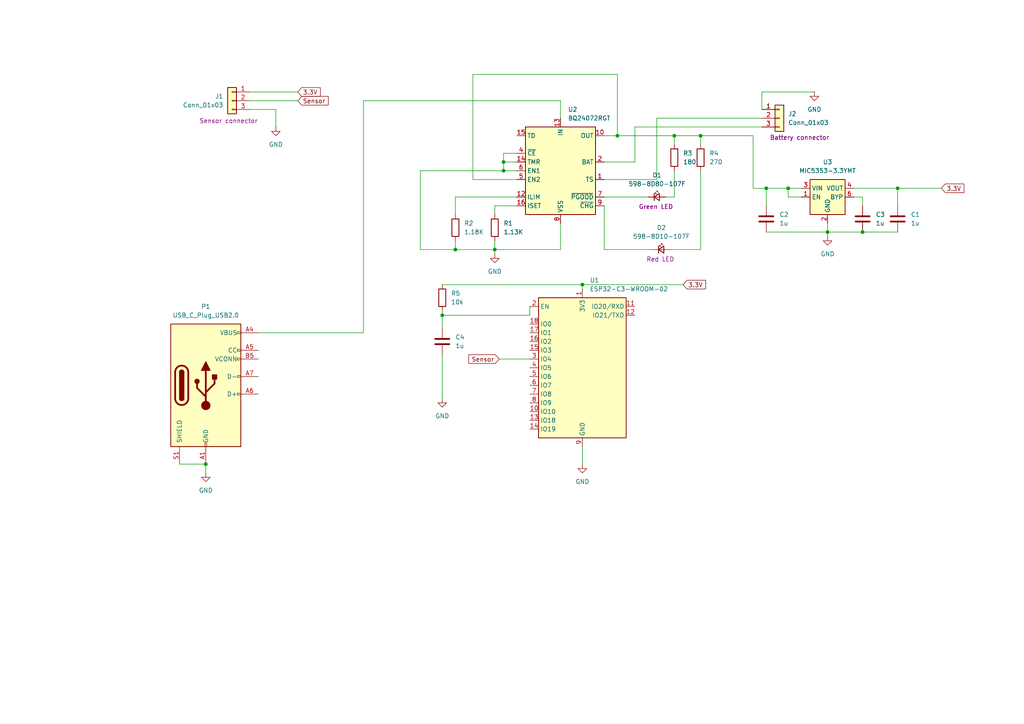
<source format=kicad_sch>
(kicad_sch (version 20250114) (generator "eeschema") (generator_version "9.0")
  (paper "A4")
  (lib_symbols
    (symbol "Battery_Management:BQ24072RGT"
      (property "Reference" "U" (at -8.89 13.97 0))
      (property "Value" "BQ24072RGT" (at 16.51 13.97 0))
      (symbol "BQ24072RGT_0_1"
        (rectangle (start -10.16 12.7) (end 10.16 -12.7) (stroke (width 0.254)) (fill (type background)))
      )
      (symbol "BQ24072RGT_1_1"
        (pin input line (at -12.7 10.16 0) (length 2.54) (name "TD") (number "15"))
        (pin input line (at -12.7 5.08 0) (length 2.54) (name "~{CE}") (number "4"))
        (pin input line (at -12.7 2.54 0) (length 2.54) (name "TMR") (number "14"))
        (pin input line (at -12.7 0 0) (length 2.54) (name "EN1") (number "6"))
        (pin input line (at -12.7 -2.54 0) (length 2.54) (name "EN2") (number "5"))
        (pin passive line (at -12.7 -7.62 0) (length 2.54) (name "ILIM") (number "12"))
        (pin passive line (at -12.7 -10.16 0) (length 2.54) (name "ISET") (number "16"))
        (pin power_in line (at 0 15.24 270) (length 2.54) (name "IN") (number "13"))
        (pin passive line (at 0 -15.24 90) (length 2.54) (hide yes) (name "VSS") (number "17"))
        (pin power_in line (at 0 -15.24 90) (length 2.54) (name "VSS") (number "8"))
        (pin power_out line (at 12.7 10.16 180) (length 2.54) (name "OUT") (number "10"))
        (pin passive line (at 12.7 10.16 180) (length 2.54) (hide yes) (name "OUT") (number "11"))
        (pin power_out line (at 12.7 2.54 180) (length 2.54) (name "BAT") (number "2"))
        (pin passive line (at 12.7 2.54 180) (length 2.54) (hide yes) (name "BAT") (number "3"))
        (pin passive line (at 12.7 -2.54 180) (length 2.54) (name "TS") (number "1"))
        (pin open_collector line (at 12.7 -7.62 180) (length 2.54) (name "~{PGOOD}") (number "7"))
        (pin open_collector line (at 12.7 -10.16 180) (length 2.54) (name "~{CHG}") (number "9"))
      )
    )
    (symbol "Connector:USB_C_Plug_USB2.0" (pin_names (offset 1.016))
      (property "Reference" "P" (at -10.16 19.05 0))
      (property "Value" "USB_C_Plug_USB2.0" (at 12.7 19.05 0))
      (symbol "USB_C_Plug_USB2.0_0_0"
        (rectangle (start -0.254 -17.78) (end 0.254 -16.764))
        (rectangle (start 10.16 15.494) (end 9.144 14.986))
        (rectangle (start 10.16 10.414) (end 9.144 9.906))
        (rectangle (start 10.16 7.874) (end 9.144 7.366))
        (rectangle (start 10.16 2.794) (end 9.144 2.286))
        (rectangle (start 10.16 -2.286) (end 9.144 -2.794))
      )
      (symbol "USB_C_Plug_USB2.0_0_1"
        (rectangle (start -10.16 17.78) (end 10.16 -17.78) (stroke (width 0.254)) (fill (type background)))
        (polyline (pts (xy -8.89 -3.81) (xy -8.89 3.81)) (stroke (width 0.508)))
        (rectangle (start -7.62 -3.81) (end -6.35 3.81) (stroke (width 0.254)) (fill (type outline)))
        (arc (start -7.62 3.81) (mid -6.985 4.4423) (end -6.35 3.81) (stroke (width 0.254)))
        (arc (start -7.62 3.81) (mid -6.985 4.4423) (end -6.35 3.81) (stroke (width 0.254)) (fill (type outline)))
        (arc (start -8.89 3.81) (mid -6.985 5.7067) (end -5.08 3.81) (stroke (width 0.508)))
        (arc (start -5.08 -3.81) (mid -6.985 -5.7067) (end -8.89 -3.81) (stroke (width 0.508)))
        (arc (start -6.35 -3.81) (mid -6.985 -4.4423) (end -7.62 -3.81) (stroke (width 0.254)))
        (arc (start -6.35 -3.81) (mid -6.985 -4.4423) (end -7.62 -3.81) (stroke (width 0.254)) (fill (type outline)))
        (polyline (pts (xy -5.08 3.81) (xy -5.08 -3.81)) (stroke (width 0.508)))
        (circle (center -2.54 1.143) (radius 0.635) (stroke (width 0.254)) (fill (type outline)))
        (polyline (pts (xy -1.27 4.318) (xy 0 6.858) (xy 1.27 4.318) (xy -1.27 4.318)) (stroke (width 0.254)) (fill (type outline)))
        (polyline (pts (xy 0 -2.032) (xy 2.54 0.508) (xy 2.54 1.778)) (stroke (width 0.508)))
        (polyline (pts (xy 0 -3.302) (xy -2.54 -0.762) (xy -2.54 0.508)) (stroke (width 0.508)))
        (polyline (pts (xy 0 -5.842) (xy 0 4.318)) (stroke (width 0.508)))
        (circle (center 0 -5.842) (radius 1.27) (fill (type outline)))
        (rectangle (start 1.905 1.778) (end 3.175 3.048) (stroke (width 0.254)) (fill (type outline)))
      )
      (symbol "USB_C_Plug_USB2.0_1_1"
        (pin passive line (at -7.62 -22.86 90) (length 5.08) (name "SHIELD") (number "S1"))
        (pin passive line (at 0 -22.86 90) (length 5.08) (name "GND") (number "A1"))
        (pin passive line (at 0 -22.86 90) (length 5.08) (hide yes) (name "GND") (number "A12"))
        (pin passive line (at 0 -22.86 90) (length 5.08) (hide yes) (name "GND") (number "B1"))
        (pin passive line (at 0 -22.86 90) (length 5.08) (hide yes) (name "GND") (number "B12"))
        (pin passive line (at 15.24 15.24 180) (length 5.08) (name "VBUS") (number "A4"))
        (pin passive line (at 15.24 15.24 180) (length 5.08) (hide yes) (name "VBUS") (number "A9"))
        (pin passive line (at 15.24 15.24 180) (length 5.08) (hide yes) (name "VBUS") (number "B4"))
        (pin passive line (at 15.24 15.24 180) (length 5.08) (hide yes) (name "VBUS") (number "B9"))
        (pin bidirectional line (at 15.24 10.16 180) (length 5.08) (name "CC") (number "A5"))
        (pin bidirectional line (at 15.24 7.62 180) (length 5.08) (name "VCONN") (number "B5"))
        (pin bidirectional line (at 15.24 2.54 180) (length 5.08) (name "D-") (number "A7"))
        (pin bidirectional line (at 15.24 -2.54 180) (length 5.08) (name "D+") (number "A6"))
      )
    )
    (symbol "Connector_Generic:Conn_01x03" (pin_names (offset 1.016) (hide yes))
      (property "Reference" "J" (at 0 5.08 0))
      (property "Value" "Conn_01x03" (at 0 -5.08 0))
      (symbol "Conn_01x03_1_1"
        (rectangle (start -1.27 3.81) (end 1.27 -3.81) (stroke (width 0.254)) (fill (type background)))
        (rectangle (start -1.27 2.667) (end 0 2.413) (stroke (width 0.1524)))
        (rectangle (start -1.27 0.127) (end 0 -0.127) (stroke (width 0.1524)))
        (rectangle (start -1.27 -2.413) (end 0 -2.667) (stroke (width 0.1524)))
        (pin passive line (at -5.08 2.54 0) (length 3.81) (name "Pin_1") (number "1"))
        (pin passive line (at -5.08 0 0) (length 3.81) (name "Pin_2") (number "2"))
        (pin passive line (at -5.08 -2.54 0) (length 3.81) (name "Pin_3") (number "3"))
      )
    )
    (symbol "Device:C" (pin_numbers (hide yes)) (pin_names (offset 0.254))
      (property "Reference" "C" (at 0.635 2.54 0))
      (property "Value" "C" (at 0.635 -2.54 0))
      (symbol "C_0_1"
        (polyline (pts (xy -2.032 0.762) (xy 2.032 0.762)) (stroke (width 0.508)))
        (polyline (pts (xy -2.032 -0.762) (xy 2.032 -0.762)) (stroke (width 0.508)))
      )
      (symbol "C_1_1"
        (pin passive line (at 0 3.81 270) (length 2.794) (name "~") (number "1"))
        (pin passive line (at 0 -3.81 90) (length 2.794) (name "~") (number "2"))
      )
    )
    (symbol "Device:LED_Small" (pin_numbers (hide yes)) (pin_names (offset 0.254) (hide yes))
      (property "Reference" "D" (at -1.27 3.175 0))
      (property "Value" "LED_Small" (at -4.445 -2.54 0))
      (symbol "LED_Small_0_1"
        (polyline (pts (xy -0.762 -1.016) (xy -0.762 1.016)) (stroke (width 0.254)))
        (polyline (pts (xy 0 0.762) (xy -0.508 1.27) (xy -0.254 1.27) (xy -0.508 1.27) (xy -0.508 1.016)))
        (polyline (pts (xy 0.508 1.27) (xy 0 1.778) (xy 0.254 1.778) (xy 0 1.778) (xy 0 1.524)))
        (polyline (pts (xy 0.762 -1.016) (xy -0.762 0) (xy 0.762 1.016) (xy 0.762 -1.016)) (stroke (width 0.254)))
        (polyline (pts (xy 1.016 0) (xy -0.762 0)))
      )
      (symbol "LED_Small_1_1"
        (pin passive line (at -2.54 0 0) (length 1.778) (name "K") (number "1"))
        (pin passive line (at 2.54 0 180) (length 1.778) (name "A") (number "2"))
      )
    )
    (symbol "Device:R" (pin_numbers (hide yes)) (pin_names (offset 0))
      (property "Reference" "R" (at 2.032 0 90))
      (property "Value" "R" (at 0 0 90))
      (symbol "R_0_1"
        (rectangle (start -1.016 -2.54) (end 1.016 2.54) (stroke (width 0.254)))
      )
      (symbol "R_1_1"
        (pin passive line (at 0 3.81 270) (length 1.27) (name "~") (number "1"))
        (pin passive line (at 0 -3.81 90) (length 1.27) (name "~") (number "2"))
      )
    )
    (symbol "RF_Module:ESP32-C3-WROOM-02"
      (property "Reference" "U" (at -12.192 21.336 0))
      (property "Value" "ESP32-C3-WROOM-02" (at 12.192 21.336 0))
      (symbol "ESP32-C3-WROOM-02_1_1"
        (rectangle (start -12.7 20.32) (end 12.7 -20.32) (stroke (width 0.254)) (fill (type background)))
        (pin input line (at -15.24 17.78 0) (length 2.54) (name "EN") (number "2"))
        (pin bidirectional line (at -15.24 12.7 0) (length 2.54) (name "IO0") (number "18"))
        (pin bidirectional line (at -15.24 10.16 0) (length 2.54) (name "IO1") (number "17"))
        (pin bidirectional line (at -15.24 7.62 0) (length 2.54) (name "IO2") (number "16"))
        (pin bidirectional line (at -15.24 5.08 0) (length 2.54) (name "IO3") (number "15"))
        (pin bidirectional line (at -15.24 2.54 0) (length 2.54) (name "IO4") (number "3"))
        (pin bidirectional line (at -15.24 0 0) (length 2.54) (name "IO5") (number "4"))
        (pin bidirectional line (at -15.24 -2.54 0) (length 2.54) (name "IO6") (number "5"))
        (pin bidirectional line (at -15.24 -5.08 0) (length 2.54) (name "IO7") (number "6"))
        (pin bidirectional line (at -15.24 -7.62 0) (length 2.54) (name "IO8") (number "7"))
        (pin bidirectional line (at -15.24 -10.16 0) (length 2.54) (name "IO9") (number "8"))
        (pin bidirectional line (at -15.24 -12.7 0) (length 2.54) (name "IO10") (number "10"))
        (pin bidirectional line (at -15.24 -15.24 0) (length 2.54) (name "IO18") (number "13"))
        (pin bidirectional line (at -15.24 -17.78 0) (length 2.54) (name "IO19") (number "14"))
        (pin power_in line (at 0 22.86 270) (length 2.54) (name "3V3") (number "1"))
        (pin passive line (at 0 -22.86 90) (length 2.54) (hide yes) (name "GND") (number "19"))
        (pin power_in line (at 0 -22.86 90) (length 2.54) (name "GND") (number "9"))
        (pin bidirectional line (at 15.24 17.78 180) (length 2.54) (name "IO20/RXD") (number "11"))
        (pin bidirectional line (at 15.24 15.24 180) (length 2.54) (name "IO21/TXD") (number "12"))
      )
    )
    (symbol "Regulator_Linear:MIC5353-3.3YMT"
      (property "Reference" "U" (at -3.81 6.35 0))
      (property "Value" "MIC5353-3.3YMT" (at 8.89 6.35 0))
      (symbol "MIC5353-3.3YMT_0_1"
        (rectangle (start -5.08 -5.08) (end 5.08 5.08) (stroke (width 0.254)) (fill (type background)))
        (pin power_in line (at -7.62 2.54 0) (length 2.54) (name "VIN") (number "3"))
        (pin input line (at -7.62 0 0) (length 2.54) (name "EN") (number "1"))
        (pin power_in line (at 0 -7.62 90) (length 2.54) (name "GND") (number "2"))
        (pin passive line (at 0 -7.62 90) (length 2.54) (hide yes) (name "GND") (number "7"))
        (pin no_connect line (at 5.08 -2.54 180) (length 2.54) (hide yes) (name "NC") (number "5"))
        (pin power_out line (at 7.62 2.54 180) (length 2.54) (name "VOUT") (number "4"))
        (pin passive line (at 7.62 0 180) (length 2.54) (name "BYP") (number "6"))
      )
    )
    (symbol "power:GND" (power) (pin_numbers (hide yes)) (pin_names (offset 0) (hide yes))
      (property "Value" "GND" (at 0 -3.81 0))
      (symbol "GND_0_1"
        (polyline (pts (xy 0 0) (xy 0 -1.27) (xy 1.27 -1.27) (xy 0 -2.54) (xy -1.27 -1.27) (xy 0 -1.27)))
      )
      (symbol "GND_1_1"
        (pin power_in line (at 0 0 270) (length 0) (name "~") (number "1"))
      )
    )
  )
  (junction (at 222.25 54.61))
  (junction (at 59.69 134.62))
  (junction (at 143.51 72.39))
  (junction (at 146.05 49.53))
  (junction (at 195.58 39.37))
  (junction (at 240.03 67.31))
  (junction (at 228.6 54.61))
  (junction (at 168.91 82.55))
  (junction (at 132.08 72.39))
  (junction (at 179.07 39.37))
  (junction (at 250.19 67.31))
  (junction (at 203.2 39.37))
  (junction (at 128.27 91.44))
  (junction (at 260.35 54.61))
  (junction (at 146.05 46.99))
  (wire (pts (xy 128.27 91.44) (xy 128.27 95.25)))
  (wire (pts (xy 260.35 54.61) (xy 260.35 59.69)))
  (wire (pts (xy 179.07 21.59) (xy 179.07 39.37)))
  (wire (pts (xy 175.26 57.15) (xy 187.96 57.15)))
  (wire (pts (xy 128.27 102.87) (xy 128.27 115.57)))
  (wire (pts (xy 105.41 29.21) (xy 162.56 29.21)))
  (wire (pts (xy 128.27 90.17) (xy 128.27 91.44)))
  (wire (pts (xy 190.5 34.29) (xy 220.98 34.29)))
  (wire (pts (xy 194.31 72.39) (xy 203.2 72.39)))
  (wire (pts (xy 240.03 64.77) (xy 240.03 67.31)))
  (wire (pts (xy 143.51 62.23) (xy 143.51 59.69)))
  (wire (pts (xy 168.91 82.55) (xy 168.91 83.82)))
  (wire (pts (xy 195.58 39.37) (xy 195.58 41.91)))
  (wire (pts (xy 146.05 46.99) (xy 146.05 49.53)))
  (wire (pts (xy 132.08 72.39) (xy 132.08 69.85)))
  (wire (pts (xy 168.91 129.54) (xy 168.91 134.62)))
  (wire (pts (xy 72.39 26.67) (xy 86.36 26.67)))
  (wire (pts (xy 203.2 39.37) (xy 195.58 39.37)))
  (wire (pts (xy 121.92 72.39) (xy 132.08 72.39)))
  (wire (pts (xy 232.41 57.15) (xy 228.6 57.15)))
  (wire (pts (xy 218.44 39.37) (xy 203.2 39.37)))
  (wire (pts (xy 220.98 26.67) (xy 236.22 26.67)))
  (wire (pts (xy 175.26 39.37) (xy 179.07 39.37)))
  (wire (pts (xy 218.44 54.61) (xy 222.25 54.61)))
  (wire (pts (xy 137.16 21.59) (xy 179.07 21.59)))
  (wire (pts (xy 132.08 57.15) (xy 149.86 57.15)))
  (wire (pts (xy 72.39 31.75) (xy 80.01 31.75)))
  (wire (pts (xy 153.67 88.9) (xy 153.67 91.44)))
  (wire (pts (xy 162.56 72.39) (xy 143.51 72.39)))
  (wire (pts (xy 121.92 49.53) (xy 121.92 72.39)))
  (wire (pts (xy 203.2 41.91) (xy 203.2 39.37)))
  (wire (pts (xy 247.65 54.61) (xy 260.35 54.61)))
  (wire (pts (xy 247.65 57.15) (xy 250.19 57.15)))
  (wire (pts (xy 132.08 62.23) (xy 132.08 57.15)))
  (wire (pts (xy 153.67 104.14) (xy 144.78 104.14)))
  (wire (pts (xy 175.26 52.07) (xy 190.5 52.07)))
  (wire (pts (xy 184.15 46.99) (xy 175.26 46.99)))
  (wire (pts (xy 149.86 52.07) (xy 137.16 52.07)))
  (wire (pts (xy 250.19 57.15) (xy 250.19 59.69)))
  (wire (pts (xy 162.56 64.77) (xy 162.56 72.39)))
  (wire (pts (xy 72.39 29.21) (xy 86.36 29.21)))
  (wire (pts (xy 146.05 44.45) (xy 146.05 46.99)))
  (wire (pts (xy 143.51 72.39) (xy 143.51 69.85)))
  (wire (pts (xy 59.69 134.62) (xy 59.69 137.16)))
  (wire (pts (xy 128.27 82.55) (xy 168.91 82.55)))
  (wire (pts (xy 228.6 57.15) (xy 228.6 54.61)))
  (wire (pts (xy 240.03 67.31) (xy 250.19 67.31)))
  (wire (pts (xy 260.35 54.61) (xy 273.05 54.61)))
  (wire (pts (xy 105.41 96.52) (xy 105.41 29.21)))
  (wire (pts (xy 143.51 59.69) (xy 149.86 59.69)))
  (wire (pts (xy 218.44 54.61) (xy 218.44 39.37)))
  (wire (pts (xy 137.16 52.07) (xy 137.16 21.59)))
  (wire (pts (xy 193.04 57.15) (xy 195.58 57.15)))
  (wire (pts (xy 74.93 96.52) (xy 105.41 96.52)))
  (wire (pts (xy 168.91 82.55) (xy 198.12 82.55)))
  (wire (pts (xy 222.25 67.31) (xy 240.03 67.31)))
  (wire (pts (xy 184.15 46.99) (xy 184.15 36.83)))
  (wire (pts (xy 190.5 52.07) (xy 190.5 34.29)))
  (wire (pts (xy 143.51 73.66) (xy 143.51 72.39)))
  (wire (pts (xy 195.58 57.15) (xy 195.58 49.53)))
  (wire (pts (xy 184.15 36.83) (xy 220.98 36.83)))
  (wire (pts (xy 162.56 29.21) (xy 162.56 34.29)))
  (wire (pts (xy 250.19 67.31) (xy 260.35 67.31)))
  (wire (pts (xy 153.67 91.44) (xy 128.27 91.44)))
  (wire (pts (xy 175.26 72.39) (xy 175.26 59.69)))
  (wire (pts (xy 149.86 46.99) (xy 146.05 46.99)))
  (wire (pts (xy 220.98 31.75) (xy 220.98 26.67)))
  (wire (pts (xy 149.86 49.53) (xy 146.05 49.53)))
  (wire (pts (xy 222.25 54.61) (xy 222.25 59.69)))
  (wire (pts (xy 240.03 67.31) (xy 240.03 68.58)))
  (wire (pts (xy 189.23 72.39) (xy 175.26 72.39)))
  (wire (pts (xy 149.86 44.45) (xy 146.05 44.45)))
  (wire (pts (xy 146.05 49.53) (xy 121.92 49.53)))
  (wire (pts (xy 179.07 39.37) (xy 195.58 39.37)))
  (wire (pts (xy 52.07 134.62) (xy 59.69 134.62)))
  (wire (pts (xy 143.51 72.39) (xy 132.08 72.39)))
  (wire (pts (xy 222.25 54.61) (xy 228.6 54.61)))
  (wire (pts (xy 228.6 54.61) (xy 232.41 54.61)))
  (wire (pts (xy 203.2 72.39) (xy 203.2 49.53)))
  (wire (pts (xy 80.01 31.75) (xy 80.01 36.83)))
  (global_label "3.3V" (shape input) (at 273.05 54.61 0) (property "Intersheetrefs" "${INTERSHEET_REFS}" (effects (hide yes))))
  (global_label "3.3V" (shape input) (at 198.12 82.55 0) (property "Intersheetrefs" "${INTERSHEET_REFS}" (effects (hide yes))))
  (global_label "Sensor" (shape input) (at 144.78 104.14 180) (property "Intersheetrefs" "${INTERSHEET_REFS}" (effects (hide yes))))
  (global_label "Sensor" (shape input) (at 86.36 29.21 0) (property "Intersheetrefs" "${INTERSHEET_REFS}" (effects (hide yes))))
  (global_label "3.3V" (shape input) (at 86.36 26.67 0) (property "Intersheetrefs" "${INTERSHEET_REFS}" (effects (hide yes))))
  (symbol (lib_id "RF_Module:ESP32-C3-WROOM-02") (at 168.91 106.68 0) (unit 1)
    (property "Reference" "U1" (at 171.0533 81.28 0) (effects (justify left)))
    (property "Value" "ESP32-C3-WROOM-02" (at 171.0533 83.82 0) (effects (justify left)))
    (property "Footprint" "RF_Module:ESP32-C3-WROOM-02" (effects (hide yes)))
    (property "Datasheet" "https://www.espressif.com/sites/default/files/documentation/esp32-c3-wroom-02_datasheet_en.pdf" (effects (hide yes)))
    (property "Description" "802.11 b/g/n Wi­Fi and Bluetooth 5 module, ESP32­C3 SoC, RISC­V microprocessor, On-board antenna" (effects (hide yes)))
  )
  (symbol (lib_id "power:GND") (at 59.69 137.16 0) (unit 1)
    (property "Reference" "#PWR04" (effects (hide yes)))
    (property "Value" "GND" (at 59.69 142.24 0))
    (property "Description" "Power symbol creates a global label with name \"GND\" , ground" (effects (hide yes)))
  )
  (symbol (lib_id "Connector_Generic:Conn_01x03") (at 226.06 34.29 0) (unit 1)
    (property "Reference" "J2" (at 228.6 33.0199 0) (effects (justify left)))
    (property "Value" "Conn_01x03" (at 228.6 35.5599 0) (effects (justify left)))
    (property "Footprint" "Connector_JST:JST_ZH_S3B-ZR-SM4A-TF_1x03-1MP_P1.50mm_Horizontal" (effects (hide yes)))
    (property "Description" "Battery connector" (at 231.902 39.878 0))
  )
  (symbol (lib_id "power:GND") (at 236.22 26.67 0) (unit 1)
    (property "Reference" "#PWR03" (effects (hide yes)))
    (property "Value" "GND" (at 236.22 31.75 0))
    (property "Description" "Power symbol creates a global label with name \"GND\" , ground" (effects (hide yes)))
  )
  (symbol (lib_id "power:GND") (at 80.01 36.83 0) (unit 1)
    (property "Reference" "#PWR05" (effects (hide yes)))
    (property "Value" "GND" (at 80.01 41.91 0))
    (property "Description" "Power symbol creates a global label with name \"GND\" , ground" (effects (hide yes)))
  )
  (symbol (lib_id "power:GND") (at 128.27 115.57 0) (unit 1)
    (property "Reference" "#PWR07" (effects (hide yes)))
    (property "Value" "GND" (at 128.27 120.65 0))
    (property "Description" "Power symbol creates a global label with name \"GND\" , ground" (effects (hide yes)))
  )
  (symbol (lib_id "Battery_Management:BQ24072RGT") (at 162.56 49.53 0) (unit 1)
    (property "Reference" "U2" (at 164.7033 31.75 0) (effects (justify left)))
    (property "Value" "BQ24072RGT" (at 164.7033 34.29 0) (effects (justify left)))
    (property "Footprint" "Package_DFN_QFN:VQFN-16-1EP_3x3mm_P0.5mm_EP1.6x1.6mm" (effects (hide yes)))
    (property "Datasheet" "http://www.ti.com/lit/ds/symlink/bq24072.pdf" (effects (hide yes)))
    (property "Description" "USB-Friendly Li-Ion Battery Charger and Power-Path Management, VQFN-16" (effects (hide yes)))
  )
  (symbol (lib_id "Device:C") (at 260.35 63.5 0) (unit 1)
    (property "Reference" "C1" (at 264.16 62.2299 0) (effects (justify left)))
    (property "Value" "1u" (at 264.16 64.7699 0) (effects (justify left)))
    (property "Footprint" "Capacitor_SMD:C_0402_1005Metric" (effects (hide yes)))
    (property "Description" "Unpolarized capacitor" (effects (hide yes)))
  )
  (symbol (lib_id "Device:R") (at 132.08 66.04 0) (unit 1)
    (property "Reference" "R2" (at 134.62 64.7699 0) (effects (justify left)))
    (property "Value" "1.18K" (at 134.62 67.3099 0) (effects (justify left)))
    (property "Footprint" "Resistor_SMD:R_0402_1005Metric" (effects (hide yes)))
    (property "Description" "Resistor" (effects (hide yes)))
  )
  (symbol (lib_id "power:GND") (at 143.51 73.66 0) (unit 1)
    (property "Reference" "#PWR01" (effects (hide yes)))
    (property "Value" "GND" (at 143.51 78.74 0))
    (property "Description" "Power symbol creates a global label with name \"GND\" , ground" (effects (hide yes)))
  )
  (symbol (lib_id "Device:R") (at 128.27 86.36 0) (unit 1)
    (property "Reference" "R5" (at 130.81 85.0899 0) (effects (justify left)))
    (property "Value" "10k" (at 130.81 87.6299 0) (effects (justify left)))
    (property "Footprint" "Resistor_SMD:R_0402_1005Metric" (effects (hide yes)))
    (property "Description" "Resistor" (effects (hide yes)))
  )
  (symbol (lib_id "power:GND") (at 240.03 68.58 0) (unit 1)
    (property "Reference" "#PWR06" (effects (hide yes)))
    (property "Value" "GND" (at 240.03 73.66 0))
    (property "Description" "Power symbol creates a global label with name \"GND\" , ground" (effects (hide yes)))
  )
  (symbol (lib_id "Regulator_Linear:MIC5353-3.3YMT") (at 240.03 57.15 0) (unit 1)
    (property "Reference" "U3" (at 240.03 46.99 0))
    (property "Value" "MIC5353-3.3YMT" (at 240.03 49.53 0))
    (property "Footprint" "Package_DFN_QFN:MLF-6-1EP_1.6x1.6mm_P0.5mm_EP0.5x1.26mm" (effects (hide yes)))
    (property "Datasheet" "http://ww1.microchip.com/downloads/en/DeviceDoc/mic5353.pdf" (effects (hide yes)))
    (property "Description" "High-performance, single-output,  ultra-low  LDO regulator" (effects (hide yes)))
  )
  (symbol (lib_id "power:GND") (at 168.91 134.62 0) (unit 1)
    (property "Reference" "#PWR02" (effects (hide yes)))
    (property "Value" "GND" (at 168.91 139.7 0))
    (property "Description" "Power symbol creates a global label with name \"GND\" , ground" (effects (hide yes)))
  )
  (symbol (lib_id "Device:R") (at 143.51 66.04 0) (unit 1)
    (property "Reference" "R1" (at 146.05 64.7699 0) (effects (justify left)))
    (property "Value" "1.13K" (at 146.05 67.3099 0) (effects (justify left)))
    (property "Footprint" "Resistor_SMD:R_0402_1005Metric" (effects (hide yes)))
    (property "Description" "Resistor" (effects (hide yes)))
  )
  (symbol (lib_id "Device:R") (at 203.2 45.72 0) (unit 1)
    (property "Reference" "R4" (at 205.74 44.4499 0) (effects (justify left)))
    (property "Value" "270" (at 205.74 46.9899 0) (effects (justify left)))
    (property "Footprint" "Resistor_SMD:R_0402_1005Metric" (effects (hide yes)))
    (property "Description" "Resistor" (effects (hide yes)))
  )
  (symbol (lib_id "Device:LED_Small") (at 190.5 57.15 0) (unit 1)
    (property "Reference" "D1" (at 190.5635 50.8 0))
    (property "Value" "598-8D80-107F" (at 190.5635 53.34 0))
    (property "Footprint" "Resistor_SMD:R_0603_1608Metric" (effects (hide yes)))
    (property "Description" "Green LED" (at 190.246 59.944 0))
    (property "Sim.Pin" "1=K 2=A" (effects (hide yes)))
  )
  (symbol (lib_id "Connector_Generic:Conn_01x03") (at 67.31 29.21 0) (mirror y) (unit 1)
    (property "Reference" "J1" (at 64.77 27.9399 0) (effects (justify left)))
    (property "Value" "Conn_01x03" (at 64.77 30.4799 0) (effects (justify left)))
    (property "Footprint" "Connector_Molex:Molex_PicoBlade_53048-0310_1x03_P1.25mm_Horizontal" (effects (hide yes)))
    (property "Description" "Sensor connector" (at 66.294 35.052 0))
  )
  (symbol (lib_id "Device:C") (at 250.19 63.5 0) (unit 1)
    (property "Reference" "C3" (at 254 62.2299 0) (effects (justify left)))
    (property "Value" "1u" (at 254 64.7699 0) (effects (justify left)))
    (property "Footprint" "Capacitor_SMD:C_0402_1005Metric" (effects (hide yes)))
    (property "Description" "Unpolarized capacitor" (effects (hide yes)))
  )
  (symbol (lib_id "Device:LED_Small") (at 191.77 72.39 0) (unit 1)
    (property "Reference" "D2" (at 191.8335 66.04 0))
    (property "Value" "598-8D10-107F" (at 191.8335 68.58 0))
    (property "Footprint" "Resistor_SMD:R_0603_1608Metric" (effects (hide yes)))
    (property "Description" "Red LED" (at 191.516 75.184 0))
    (property "Sim.Pin" "1=K 2=A" (effects (hide yes)))
  )
  (symbol (lib_id "Device:R") (at 195.58 45.72 0) (unit 1)
    (property "Reference" "R3" (at 198.12 44.4499 0) (effects (justify left)))
    (property "Value" "180" (at 198.12 46.9899 0) (effects (justify left)))
    (property "Footprint" "Resistor_SMD:R_0402_1005Metric" (effects (hide yes)))
    (property "Description" "Resistor" (effects (hide yes)))
  )
  (symbol (lib_id "Connector:USB_C_Plug_USB2.0") (at 59.69 111.76 0) (unit 1)
    (property "Reference" "P1" (at 59.69 88.9 0))
    (property "Value" "USB_C_Plug_USB2.0" (at 59.69 91.44 0))
    (property "Footprint" "Connector_USB:USB_C_Receptacle_Amphenol_12401548E4-2A" (effects (hide yes)))
    (property "Datasheet" "https://www.usb.org/sites/default/files/documents/usb_type-c.zip" (effects (hide yes)))
    (property "Description" "USB 2.0-only Type-C Plug connector" (effects (hide yes)))
  )
  (symbol (lib_id "Device:C") (at 128.27 99.06 0) (unit 1)
    (property "Reference" "C4" (at 132.08 97.7899 0) (effects (justify left)))
    (property "Value" "1u" (at 132.08 100.3299 0) (effects (justify left)))
    (property "Footprint" "Capacitor_SMD:C_0402_1005Metric" (effects (hide yes)))
    (property "Description" "Unpolarized capacitor" (effects (hide yes)))
  )
  (symbol (lib_id "Device:C") (at 222.25 63.5 0) (unit 1)
    (property "Reference" "C2" (at 226.06 62.2299 0) (effects (justify left)))
    (property "Value" "1u" (at 226.06 64.7699 0) (effects (justify left)))
    (property "Footprint" "Capacitor_SMD:C_0402_1005Metric" (effects (hide yes)))
    (property "Description" "Unpolarized capacitor" (effects (hide yes)))
  )
)
</source>
